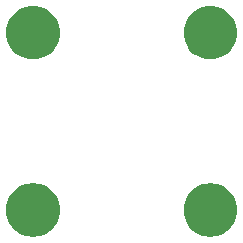
<source format=gbr>
G04 #@! TF.GenerationSoftware,KiCad,Pcbnew,(5.1.2)-2*
G04 #@! TF.CreationDate,2019-07-29T19:51:13+02:00*
G04 #@! TF.ProjectId,sensor_auxiliary,73656e73-6f72-45f6-9175-78696c696172,1*
G04 #@! TF.SameCoordinates,Original*
G04 #@! TF.FileFunction,Soldermask,Bot*
G04 #@! TF.FilePolarity,Negative*
%FSLAX46Y46*%
G04 Gerber Fmt 4.6, Leading zero omitted, Abs format (unit mm)*
G04 Created by KiCad (PCBNEW (5.1.2)-2) date 2019-07-29 19:51:13*
%MOMM*%
%LPD*%
G04 APERTURE LIST*
%ADD10C,0.100000*%
G04 APERTURE END LIST*
D10*
G36*
X35275880Y-47759776D02*
G01*
X35656593Y-47835504D01*
X36066249Y-48005189D01*
X36434929Y-48251534D01*
X36748466Y-48565071D01*
X36994811Y-48933751D01*
X37164496Y-49343407D01*
X37251000Y-49778296D01*
X37251000Y-50221704D01*
X37164496Y-50656593D01*
X36994811Y-51066249D01*
X36748466Y-51434929D01*
X36434929Y-51748466D01*
X36066249Y-51994811D01*
X35656593Y-52164496D01*
X35275880Y-52240224D01*
X35221705Y-52251000D01*
X34778295Y-52251000D01*
X34724120Y-52240224D01*
X34343407Y-52164496D01*
X33933751Y-51994811D01*
X33565071Y-51748466D01*
X33251534Y-51434929D01*
X33005189Y-51066249D01*
X32835504Y-50656593D01*
X32749000Y-50221704D01*
X32749000Y-49778296D01*
X32835504Y-49343407D01*
X33005189Y-48933751D01*
X33251534Y-48565071D01*
X33565071Y-48251534D01*
X33933751Y-48005189D01*
X34343407Y-47835504D01*
X34724120Y-47759776D01*
X34778295Y-47749000D01*
X35221705Y-47749000D01*
X35275880Y-47759776D01*
X35275880Y-47759776D01*
G37*
G36*
X50275880Y-47759776D02*
G01*
X50656593Y-47835504D01*
X51066249Y-48005189D01*
X51434929Y-48251534D01*
X51748466Y-48565071D01*
X51994811Y-48933751D01*
X52164496Y-49343407D01*
X52251000Y-49778296D01*
X52251000Y-50221704D01*
X52164496Y-50656593D01*
X51994811Y-51066249D01*
X51748466Y-51434929D01*
X51434929Y-51748466D01*
X51066249Y-51994811D01*
X50656593Y-52164496D01*
X50275880Y-52240224D01*
X50221705Y-52251000D01*
X49778295Y-52251000D01*
X49724120Y-52240224D01*
X49343407Y-52164496D01*
X48933751Y-51994811D01*
X48565071Y-51748466D01*
X48251534Y-51434929D01*
X48005189Y-51066249D01*
X47835504Y-50656593D01*
X47749000Y-50221704D01*
X47749000Y-49778296D01*
X47835504Y-49343407D01*
X48005189Y-48933751D01*
X48251534Y-48565071D01*
X48565071Y-48251534D01*
X48933751Y-48005189D01*
X49343407Y-47835504D01*
X49724120Y-47759776D01*
X49778295Y-47749000D01*
X50221705Y-47749000D01*
X50275880Y-47759776D01*
X50275880Y-47759776D01*
G37*
G36*
X50275880Y-32759776D02*
G01*
X50656593Y-32835504D01*
X51066249Y-33005189D01*
X51434929Y-33251534D01*
X51748466Y-33565071D01*
X51994811Y-33933751D01*
X52164496Y-34343407D01*
X52251000Y-34778296D01*
X52251000Y-35221704D01*
X52164496Y-35656593D01*
X51994811Y-36066249D01*
X51748466Y-36434929D01*
X51434929Y-36748466D01*
X51066249Y-36994811D01*
X50656593Y-37164496D01*
X50275880Y-37240224D01*
X50221705Y-37251000D01*
X49778295Y-37251000D01*
X49724120Y-37240224D01*
X49343407Y-37164496D01*
X48933751Y-36994811D01*
X48565071Y-36748466D01*
X48251534Y-36434929D01*
X48005189Y-36066249D01*
X47835504Y-35656593D01*
X47749000Y-35221704D01*
X47749000Y-34778296D01*
X47835504Y-34343407D01*
X48005189Y-33933751D01*
X48251534Y-33565071D01*
X48565071Y-33251534D01*
X48933751Y-33005189D01*
X49343407Y-32835504D01*
X49724120Y-32759776D01*
X49778295Y-32749000D01*
X50221705Y-32749000D01*
X50275880Y-32759776D01*
X50275880Y-32759776D01*
G37*
G36*
X35275880Y-32759776D02*
G01*
X35656593Y-32835504D01*
X36066249Y-33005189D01*
X36434929Y-33251534D01*
X36748466Y-33565071D01*
X36994811Y-33933751D01*
X37164496Y-34343407D01*
X37251000Y-34778296D01*
X37251000Y-35221704D01*
X37164496Y-35656593D01*
X36994811Y-36066249D01*
X36748466Y-36434929D01*
X36434929Y-36748466D01*
X36066249Y-36994811D01*
X35656593Y-37164496D01*
X35275880Y-37240224D01*
X35221705Y-37251000D01*
X34778295Y-37251000D01*
X34724120Y-37240224D01*
X34343407Y-37164496D01*
X33933751Y-36994811D01*
X33565071Y-36748466D01*
X33251534Y-36434929D01*
X33005189Y-36066249D01*
X32835504Y-35656593D01*
X32749000Y-35221704D01*
X32749000Y-34778296D01*
X32835504Y-34343407D01*
X33005189Y-33933751D01*
X33251534Y-33565071D01*
X33565071Y-33251534D01*
X33933751Y-33005189D01*
X34343407Y-32835504D01*
X34724120Y-32759776D01*
X34778295Y-32749000D01*
X35221705Y-32749000D01*
X35275880Y-32759776D01*
X35275880Y-32759776D01*
G37*
M02*

</source>
